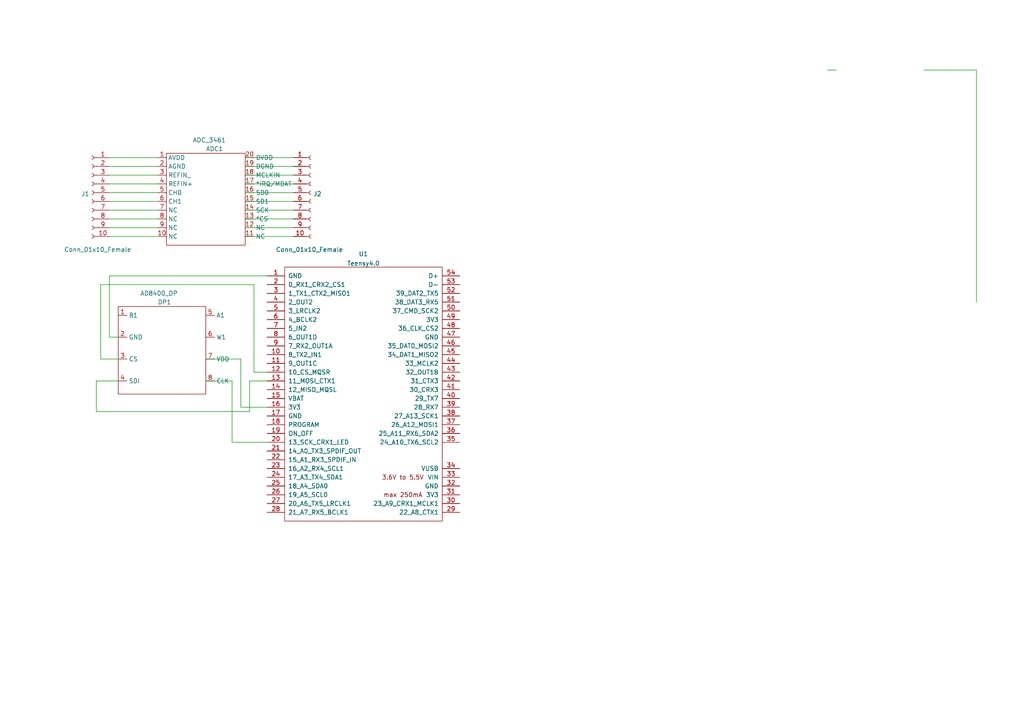
<source format=kicad_sch>
(kicad_sch (version 20211123) (generator eeschema)
  (paper "A4")
  (lib_symbols
    (symbol "AD8400_DP_3"
      (property "Reference" "U" (at 0 -8.89 0))
      (property "Value" "AD8400_DP_3" (at 0 -6.35 0))
      (symbol "AD8400_DP_3_0_1"
        (rectangle (start -11.43 -11.43) (end 13.97 -36.83) (stroke (width 0.1524)))
      )
      (symbol "AD8400_DP_3_1_1"
        (pin input line (at -11.43 -13.97 0) (length 2.54) (name "B1") (number "1"))
        (pin input line (at -11.43 -20.32 0) (length 2.54) (name "GND") (number "2"))
        (pin input line (at -11.43 -26.67 0) (length 2.54) (name "CS") (number "3"))
        (pin input line (at -11.43 -33.02 0) (length 2.54) (name "SDI") (number "4"))
        (pin input line (at 13.97 -13.97 0) (length 2.54) (name "A1") (number "5"))
        (pin input line (at 13.97 -20.32 0) (length 2.54) (name "W1") (number "6"))
        (pin input line (at 13.97 -26.67 0) (length 2.54) (name "VDD") (number "7"))
        (pin input line (at 13.97 -33.02 0) (length 2.54) (name "CLK") (number "8"))
      )
    )
    (symbol "Connector:Conn_01x10_Female" (pin_names (offset 1.016) hide)
      (property "Reference" "J" (at 0 12.7 0))
      (property "Value" "Conn_01x10_Female" (at 0 -15.24 0))
      (symbol "Conn_01x10_Female_1_1"
        (arc (start 0 -12.192) (mid -0.508 -12.7) (end 0 -13.208) (stroke (width 0.1524)))
        (arc (start 0 -9.652) (mid -0.508 -10.16) (end 0 -10.668) (stroke (width 0.1524)))
        (arc (start 0 -7.112) (mid -0.508 -7.62) (end 0 -8.128) (stroke (width 0.1524)))
        (arc (start 0 -4.572) (mid -0.508 -5.08) (end 0 -5.588) (stroke (width 0.1524)))
        (arc (start 0 -2.032) (mid -0.508 -2.54) (end 0 -3.048) (stroke (width 0.1524)))
        (polyline (pts (xy -1.27 -12.7) (xy -0.508 -12.7)) (stroke (width 0.1524)))
        (polyline (pts (xy -1.27 -10.16) (xy -0.508 -10.16)) (stroke (width 0.1524)))
        (polyline (pts (xy -1.27 -7.62) (xy -0.508 -7.62)) (stroke (width 0.1524)))
        (polyline (pts (xy -1.27 -5.08) (xy -0.508 -5.08)) (stroke (width 0.1524)))
        (polyline (pts (xy -1.27 -2.54) (xy -0.508 -2.54)) (stroke (width 0.1524)))
        (polyline (pts (xy -1.27 0) (xy -0.508 0)) (stroke (width 0.1524)))
        (polyline (pts (xy -1.27 2.54) (xy -0.508 2.54)) (stroke (width 0.1524)))
        (polyline (pts (xy -1.27 5.08) (xy -0.508 5.08)) (stroke (width 0.1524)))
        (polyline (pts (xy -1.27 7.62) (xy -0.508 7.62)) (stroke (width 0.1524)))
        (polyline (pts (xy -1.27 10.16) (xy -0.508 10.16)) (stroke (width 0.1524)))
        (arc (start 0 0.508) (mid -0.508 0) (end 0 -0.508) (stroke (width 0.1524)))
        (arc (start 0 3.048) (mid -0.508 2.54) (end 0 2.032) (stroke (width 0.1524)))
        (arc (start 0 5.588) (mid -0.508 5.08) (end 0 4.572) (stroke (width 0.1524)))
        (arc (start 0 8.128) (mid -0.508 7.62) (end 0 7.112) (stroke (width 0.1524)))
        (arc (start 0 10.668) (mid -0.508 10.16) (end 0 9.652) (stroke (width 0.1524)))
        (pin passive line (at -5.08 10.16 0) (length 3.81) (name "Pin_1") (number "1"))
        (pin passive line (at -5.08 -12.7 0) (length 3.81) (name "Pin_10") (number "10"))
        (pin passive line (at -5.08 7.62 0) (length 3.81) (name "Pin_2") (number "2"))
        (pin passive line (at -5.08 5.08 0) (length 3.81) (name "Pin_3") (number "3"))
        (pin passive line (at -5.08 2.54 0) (length 3.81) (name "Pin_4") (number "4"))
        (pin passive line (at -5.08 0 0) (length 3.81) (name "Pin_5") (number "5"))
        (pin passive line (at -5.08 -2.54 0) (length 3.81) (name "Pin_6") (number "6"))
        (pin passive line (at -5.08 -5.08 0) (length 3.81) (name "Pin_7") (number "7"))
        (pin passive line (at -5.08 -7.62 0) (length 3.81) (name "Pin_8") (number "8"))
        (pin passive line (at -5.08 -10.16 0) (length 3.81) (name "Pin_9") (number "9"))
      )
    )
    (symbol "SIV_lib:ADC_3461"
      (property "Reference" "U" (at 0 2.54 0))
      (property "Value" "ADC_3461" (at 0 0 0))
      (symbol "ADC_3461_0_1"
        (rectangle (start -6.35 -1.27) (end 16.51 -27.94) (stroke (width 0.1524)))
      )
      (symbol "ADC_3461_1_1"
        (pin input line (at -8.89 -2.54 0) (length 2.54) (name "AVDD") (number "1"))
        (pin input line (at -8.89 -25.4 0) (length 2.54) (name "NC") (number "10"))
        (pin input line (at 16.51 -25.4 0) (length 2.54) (name "NC") (number "11"))
        (pin input line (at 16.51 -22.86 0) (length 2.54) (name "NC") (number "12"))
        (pin input line (at 16.51 -20.32 0) (length 2.54) (name "*CS") (number "13"))
        (pin input line (at 16.51 -17.78 0) (length 2.54) (name "SCK") (number "14"))
        (pin input line (at 16.51 -15.24 0) (length 2.54) (name "SD1") (number "15"))
        (pin input line (at 16.51 -12.7 0) (length 2.54) (name "SD0") (number "16"))
        (pin input line (at 16.51 -10.16 0) (length 2.54) (name "*IRQ/MDAT") (number "17"))
        (pin input line (at 16.51 -7.62 0) (length 2.54) (name "MCLKIN") (number "18"))
        (pin input line (at 16.51 -5.08 0) (length 2.54) (name "DGND") (number "19"))
        (pin input line (at -8.89 -5.08 0) (length 2.54) (name "AGND") (number "2"))
        (pin input line (at 16.51 -2.54 0) (length 2.54) (name "DVDD") (number "20"))
        (pin input line (at -8.89 -7.62 0) (length 2.54) (name "REFIN_") (number "3"))
        (pin input line (at -8.89 -10.16 0) (length 2.54) (name "REFIN+") (number "4"))
        (pin input line (at -8.89 -12.7 0) (length 2.54) (name "CH0") (number "5"))
        (pin input line (at -8.89 -15.24 0) (length 2.54) (name "CH1") (number "6"))
        (pin input line (at -8.89 -17.78 0) (length 2.54) (name "NC") (number "7"))
        (pin input line (at -8.89 -20.32 0) (length 2.54) (name "NC") (number "8"))
        (pin input line (at -8.89 -22.86 0) (length 2.54) (name "NC") (number "9"))
      )
    )
    (symbol "teensy_lib:Teensy4.0" (pin_names (offset 1.016))
      (property "Reference" "U" (at 0 39.37 0))
      (property "Value" "Teensy4.0" (at 0 -39.37 0))
      (symbol "Teensy4.0_0_0"
        (text "3.6V to 5.5V" (at 11.43 -24.13 0) (effects (font (size 1.27 1.27))))
        (text "max 250mA" (at 11.43 -29.21 0) (effects (font (size 1.27 1.27))))
        (pin bidirectional line (at -27.94 11.43 0) (length 5.08) (name "8_TX2_IN1") (number "10"))
        (pin bidirectional line (at -27.94 8.89 0) (length 5.08) (name "9_OUT1C") (number "11"))
        (pin bidirectional line (at -27.94 6.35 0) (length 5.08) (name "10_CS_MQSR") (number "12"))
        (pin bidirectional line (at -27.94 3.81 0) (length 5.08) (name "11_MOSI_CTX1") (number "13"))
        (pin bidirectional line (at -27.94 1.27 0) (length 5.08) (name "12_MISO_MQSL") (number "14"))
        (pin power_in line (at -27.94 -1.27 0) (length 5.08) (name "VBAT") (number "15"))
        (pin power_in line (at -27.94 -3.81 0) (length 5.08) (name "3V3") (number "16"))
        (pin power_in line (at -27.94 -6.35 0) (length 5.08) (name "GND") (number "17"))
        (pin input line (at -27.94 -8.89 0) (length 5.08) (name "PROGRAM") (number "18"))
        (pin input line (at -27.94 -11.43 0) (length 5.08) (name "ON_OFF") (number "19"))
        (pin bidirectional line (at -27.94 -13.97 0) (length 5.08) (name "13_SCK_CRX1_LED") (number "20"))
        (pin bidirectional line (at -27.94 -16.51 0) (length 5.08) (name "14_A0_TX3_SPDIF_OUT") (number "21"))
        (pin bidirectional line (at -27.94 -19.05 0) (length 5.08) (name "15_A1_RX3_SPDIF_IN") (number "22"))
        (pin bidirectional line (at -27.94 -21.59 0) (length 5.08) (name "16_A2_RX4_SCL1") (number "23"))
        (pin bidirectional line (at -27.94 -24.13 0) (length 5.08) (name "17_A3_TX4_SDA1") (number "24"))
        (pin bidirectional line (at -27.94 -26.67 0) (length 5.08) (name "18_A4_SDA0") (number "25"))
        (pin bidirectional line (at -27.94 -29.21 0) (length 5.08) (name "19_A5_SCL0") (number "26"))
        (pin bidirectional line (at -27.94 -31.75 0) (length 5.08) (name "20_A6_TX5_LRCLK1") (number "27"))
        (pin bidirectional line (at -27.94 -34.29 0) (length 5.08) (name "21_A7_RX5_BCLK1") (number "28"))
        (pin bidirectional line (at 27.94 -34.29 180) (length 5.08) (name "22_A8_CTX1") (number "29"))
        (pin bidirectional line (at 27.94 -31.75 180) (length 5.08) (name "23_A9_CRX1_MCLK1") (number "30"))
        (pin power_out line (at 27.94 -29.21 180) (length 5.08) (name "3V3") (number "31"))
        (pin power_in line (at 27.94 -26.67 180) (length 5.08) (name "GND") (number "32"))
        (pin power_in line (at 27.94 -24.13 180) (length 5.08) (name "VIN") (number "33"))
        (pin power_out line (at 27.94 -21.59 180) (length 5.08) (name "VUSB") (number "34"))
        (pin bidirectional line (at 27.94 -13.97 180) (length 5.08) (name "24_A10_TX6_SCL2") (number "35"))
        (pin bidirectional line (at 27.94 -11.43 180) (length 5.08) (name "25_A11_RX6_SDA2") (number "36"))
        (pin bidirectional line (at 27.94 -8.89 180) (length 5.08) (name "26_A12_MOSI1") (number "37"))
        (pin bidirectional line (at 27.94 -6.35 180) (length 5.08) (name "27_A13_SCK1") (number "38"))
        (pin bidirectional line (at 27.94 -3.81 180) (length 5.08) (name "28_RX7") (number "39"))
        (pin bidirectional line (at 27.94 -1.27 180) (length 5.08) (name "29_TX7") (number "40"))
        (pin bidirectional line (at 27.94 1.27 180) (length 5.08) (name "30_CRX3") (number "41"))
        (pin bidirectional line (at 27.94 3.81 180) (length 5.08) (name "31_CTX3") (number "42"))
        (pin bidirectional line (at 27.94 6.35 180) (length 5.08) (name "32_OUT1B") (number "43"))
        (pin bidirectional line (at 27.94 8.89 180) (length 5.08) (name "33_MCLK2") (number "44"))
        (pin bidirectional line (at 27.94 11.43 180) (length 5.08) (name "34_DAT1_MISO2") (number "45"))
        (pin bidirectional line (at 27.94 13.97 180) (length 5.08) (name "35_DAT0_MOSI2") (number "46"))
        (pin power_out line (at 27.94 16.51 180) (length 5.08) (name "GND") (number "47"))
        (pin bidirectional line (at 27.94 19.05 180) (length 5.08) (name "36_CLK_CS2") (number "48"))
        (pin power_out line (at 27.94 21.59 180) (length 5.08) (name "3V3") (number "49"))
        (pin bidirectional line (at -27.94 24.13 0) (length 5.08) (name "3_LRCLK2") (number "5"))
        (pin bidirectional line (at 27.94 24.13 180) (length 5.08) (name "37_CMD_SCK2") (number "50"))
        (pin bidirectional line (at 27.94 26.67 180) (length 5.08) (name "38_DAT3_RX5") (number "51"))
        (pin bidirectional line (at 27.94 29.21 180) (length 5.08) (name "39_DAT2_TX5") (number "52"))
        (pin bidirectional line (at 27.94 31.75 180) (length 5.08) (name "D-") (number "53"))
        (pin bidirectional line (at 27.94 34.29 180) (length 5.08) (name "D+") (number "54"))
        (pin bidirectional line (at -27.94 21.59 0) (length 5.08) (name "4_BCLK2") (number "6"))
        (pin bidirectional line (at -27.94 19.05 0) (length 5.08) (name "5_IN2") (number "7"))
        (pin bidirectional line (at -27.94 16.51 0) (length 5.08) (name "6_OUT1D") (number "8"))
        (pin bidirectional line (at -27.94 13.97 0) (length 5.08) (name "7_RX2_OUT1A") (number "9"))
      )
      (symbol "Teensy4.0_0_1"
        (rectangle (start -22.86 36.83) (end 22.86 -36.83))
        (rectangle (start -20.32 -31.75) (end -20.32 -31.75))
      )
      (symbol "Teensy4.0_1_1"
        (pin power_in line (at -27.94 34.29 0) (length 5.08) (name "GND") (number "1"))
        (pin bidirectional line (at -27.94 31.75 0) (length 5.08) (name "0_RX1_CRX2_CS1") (number "2"))
        (pin bidirectional line (at -27.94 29.21 0) (length 5.08) (name "1_TX1_CTX2_MISO1") (number "3"))
        (pin bidirectional line (at -27.94 26.67 0) (length 5.08) (name "2_OUT2") (number "4"))
      )
    )
  )
  (wire (pts (xy 71.12 50.8) (xy 85.09 50.8)))
  (wire (pts (xy 67.31 128.27) (xy 67.31 110.49)))
  (wire (pts (xy 77.47 128.27) (xy 67.31 128.27)))
  (wire (pts (xy 31.75 48.26) (xy 45.72 48.26)))
  (wire (pts (xy 71.12 55.88) (xy 85.09 55.88)))
  (wire (pts (xy 31.75 68.58) (xy 45.72 68.58)))
  (wire (pts (xy 71.12 66.04) (xy 85.09 66.04)))
  (wire (pts (xy 31.75 55.88) (xy 45.72 55.88)))
  (wire (pts (xy 67.31 110.49) (xy 59.69 110.49)))
  (wire (pts (xy 73.66 107.95) (xy 77.47 107.95)))
  (wire (pts (xy 34.29 110.49) (xy 27.94 110.49)))
  (wire (pts (xy 73.66 82.55) (xy 73.66 107.95)))
  (wire (pts (xy 267.97 20.32) (xy 283.21 20.32)))
  (wire (pts (xy 34.29 104.14) (xy 29.21 104.14)))
  (wire (pts (xy 242.57 20.32) (xy 240.03 20.32)))
  (wire (pts (xy 31.75 45.72) (xy 45.72 45.72)))
  (wire (pts (xy 71.12 68.58) (xy 85.09 68.58)))
  (wire (pts (xy 77.47 80.01) (xy 31.75 80.01)))
  (wire (pts (xy 27.94 119.38) (xy 72.39 119.38)))
  (wire (pts (xy 71.12 60.96) (xy 85.09 60.96)))
  (wire (pts (xy 283.21 20.32) (xy 283.21 87.63)))
  (wire (pts (xy 71.12 63.5) (xy 85.09 63.5)))
  (wire (pts (xy 71.12 58.42) (xy 85.09 58.42)))
  (wire (pts (xy 71.12 48.26) (xy 85.09 48.26)))
  (wire (pts (xy 31.75 97.79) (xy 34.29 97.79)))
  (wire (pts (xy 31.75 60.96) (xy 45.72 60.96)))
  (wire (pts (xy 77.47 118.11) (xy 69.85 118.11)))
  (wire (pts (xy 69.85 118.11) (xy 69.85 104.14)))
  (wire (pts (xy 71.12 45.72) (xy 85.09 45.72)))
  (wire (pts (xy 71.12 53.34) (xy 85.09 53.34)))
  (wire (pts (xy 31.75 58.42) (xy 45.72 58.42)))
  (wire (pts (xy 72.39 119.38) (xy 72.39 110.49)))
  (wire (pts (xy 31.75 63.5) (xy 45.72 63.5)))
  (wire (pts (xy 31.75 66.04) (xy 45.72 66.04)))
  (wire (pts (xy 27.94 110.49) (xy 27.94 119.38)))
  (wire (pts (xy 69.85 104.14) (xy 59.69 104.14)))
  (wire (pts (xy 31.75 50.8) (xy 45.72 50.8)))
  (wire (pts (xy 29.21 104.14) (xy 29.21 82.55)))
  (wire (pts (xy 31.75 80.01) (xy 31.75 97.79)))
  (wire (pts (xy 72.39 110.49) (xy 77.47 110.49)))
  (wire (pts (xy 29.21 82.55) (xy 73.66 82.55)))
  (wire (pts (xy 31.75 53.34) (xy 45.72 53.34)))
  (symbol (lib_id "teensy_lib:Teensy4.0") (at 105.41 114.3 0) (unit 1)
    (property "Reference" "U1" (at 105.41 73.6305 0))
    (property "Value" "Teensy4.0" (at 105.41 76.4056 0))
    (property "Footprint" "teensy:Teensy4_0" (effects hide))
  )
  (symbol (lib_id "SIV_lib:ADC_3461") (at 54.61 43.18 0) (unit 1)
    (property "Reference" "ADC1" (at 59.69 43.18 0) (effects (justify left)))
    (property "Value" "ADC_3461" (at 55.88 40.64 0) (effects (justify left)))
    (property "Footprint" "teensy:ADC_MCP3461" (effects hide))
  )
  (symbol (lib_id "Connector:Conn_01x10_Female") (at 26.67 55.88 0) (mirror y) (unit 1)
    (property "Reference" "J1" (at 25.9588 56.2415 0) (effects (justify left)))
    (property "Value" "Conn_01x10_Female" (at 38.1 72.39 0) (effects (justify left)))
    (property "Footprint" "Connector_PinHeader_2.54mm:PinHeader_1x10_P2.54mm_Vertical" (effects hide))
  )
  (symbol (lib_name "AD8400_DP_3") (lib_id "SIV_lib:AD8400_DP") (at 45.72 77.47 0) (unit 1)
    (property "Reference" "DP1" (at 45.72 87.63 0) (effects (justify left)))
    (property "Value" "AD8400_DP" (at 40.64 85.09 0) (effects (justify left)))
    (property "Footprint" "teensy:AD8400 DP" (effects hide))
  )
  (symbol (lib_id "Connector:Conn_01x10_Female") (at 90.17 55.88 0) (unit 1)
    (property "Reference" "J2" (at 90.8812 56.2415 0) (effects (justify left)))
    (property "Value" "Conn_01x10_Female" (at 80.01 72.39 0) (effects (justify left)))
    (property "Footprint" "Connector_PinHeader_2.54mm:PinHeader_1x10_P2.54mm_Vertical" (effects hide))
  )
)
</source>
